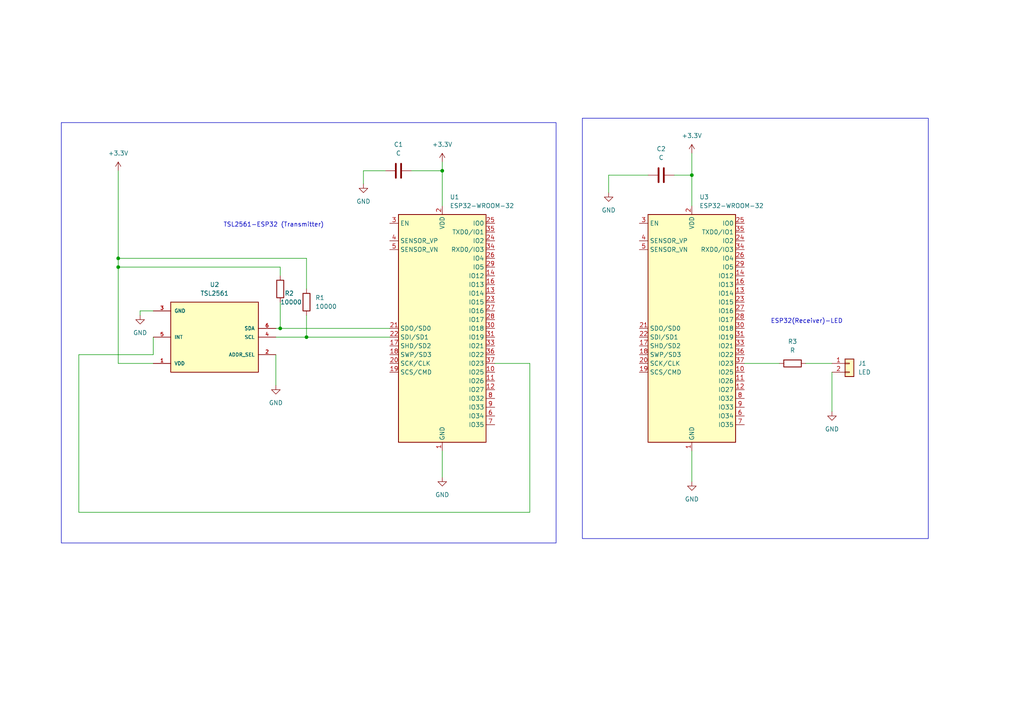
<source format=kicad_sch>
(kicad_sch (version 20230121) (generator eeschema)
  (paper "A4")
  (lib_symbols
    (symbol "Connector_Generic:Conn_01x02" (pin_names (offset 1.016) hide)
      (property "Reference" "J" (at 0 2.54 0))
      (property "Value" "Conn_01x02" (at 0 -5.08 0))
      (symbol "Conn_01x02_1_1"
        (rectangle (start -1.27 -2.413) (end 0 -2.667) (stroke (width 0.1524)))
        (rectangle (start -1.27 0.127) (end 0 -0.127) (stroke (width 0.1524)))
        (rectangle (start -1.27 1.27) (end 1.27 -3.81) (stroke (width 0.254)) (fill (type background)))
        (pin passive line (at -5.08 0 0) (length 3.81) (name "Pin_1") (number "1"))
        (pin passive line (at -5.08 -2.54 0) (length 3.81) (name "Pin_2") (number "2"))
      )
    )
    (symbol "Device:C" (pin_numbers hide) (pin_names (offset 0.254))
      (property "Reference" "C" (at 0.635 2.54 0))
      (property "Value" "C" (at 0.635 -2.54 0))
      (symbol "C_0_1"
        (polyline (pts (xy -2.032 -0.762) (xy 2.032 -0.762)) (stroke (width 0.508)))
        (polyline (pts (xy -2.032 0.762) (xy 2.032 0.762)) (stroke (width 0.508)))
      )
      (symbol "C_1_1"
        (pin passive line (at 0 3.81 270) (length 2.794) (name "~") (number "1"))
        (pin passive line (at 0 -3.81 90) (length 2.794) (name "~") (number "2"))
      )
    )
    (symbol "Device:R" (pin_numbers hide) (pin_names (offset 0))
      (property "Reference" "R" (at 2.032 0 90))
      (property "Value" "R" (at 0 0 90))
      (symbol "R_0_1"
        (rectangle (start -1.016 -2.54) (end 1.016 2.54) (stroke (width 0.254)))
      )
      (symbol "R_1_1"
        (pin passive line (at 0 3.81 270) (length 1.27) (name "~") (number "1"))
        (pin passive line (at 0 -3.81 90) (length 1.27) (name "~") (number "2"))
      )
    )
    (symbol "RF_Module:ESP32-WROOM-32"
      (property "Reference" "U" (at -12.7 34.29 0))
      (property "Value" "ESP32-WROOM-32" (at 1.27 34.29 0))
      (symbol "ESP32-WROOM-32_0_1"
        (rectangle (start -12.7 33.02) (end 12.7 -33.02) (stroke (width 0.254)) (fill (type background)))
      )
      (symbol "ESP32-WROOM-32_1_1"
        (pin power_in line (at 0 -35.56 90) (length 2.54) (name "GND") (number "1"))
        (pin bidirectional line (at 15.24 -12.7 180) (length 2.54) (name "IO25") (number "10"))
        (pin bidirectional line (at 15.24 -15.24 180) (length 2.54) (name "IO26") (number "11"))
        (pin bidirectional line (at 15.24 -17.78 180) (length 2.54) (name "IO27") (number "12"))
        (pin bidirectional line (at 15.24 10.16 180) (length 2.54) (name "IO14") (number "13"))
        (pin bidirectional line (at 15.24 15.24 180) (length 2.54) (name "IO12") (number "14"))
        (pin passive line (at 0 -35.56 90) (length 2.54) hide (name "GND") (number "15"))
        (pin bidirectional line (at 15.24 12.7 180) (length 2.54) (name "IO13") (number "16"))
        (pin bidirectional line (at -15.24 -5.08 0) (length 2.54) (name "SHD/SD2") (number "17"))
        (pin bidirectional line (at -15.24 -7.62 0) (length 2.54) (name "SWP/SD3") (number "18"))
        (pin bidirectional line (at -15.24 -12.7 0) (length 2.54) (name "SCS/CMD") (number "19"))
        (pin power_in line (at 0 35.56 270) (length 2.54) (name "VDD") (number "2"))
        (pin bidirectional line (at -15.24 -10.16 0) (length 2.54) (name "SCK/CLK") (number "20"))
        (pin bidirectional line (at -15.24 0 0) (length 2.54) (name "SDO/SD0") (number "21"))
        (pin bidirectional line (at -15.24 -2.54 0) (length 2.54) (name "SDI/SD1") (number "22"))
        (pin bidirectional line (at 15.24 7.62 180) (length 2.54) (name "IO15") (number "23"))
        (pin bidirectional line (at 15.24 25.4 180) (length 2.54) (name "IO2") (number "24"))
        (pin bidirectional line (at 15.24 30.48 180) (length 2.54) (name "IO0") (number "25"))
        (pin bidirectional line (at 15.24 20.32 180) (length 2.54) (name "IO4") (number "26"))
        (pin bidirectional line (at 15.24 5.08 180) (length 2.54) (name "IO16") (number "27"))
        (pin bidirectional line (at 15.24 2.54 180) (length 2.54) (name "IO17") (number "28"))
        (pin bidirectional line (at 15.24 17.78 180) (length 2.54) (name "IO5") (number "29"))
        (pin input line (at -15.24 30.48 0) (length 2.54) (name "EN") (number "3"))
        (pin bidirectional line (at 15.24 0 180) (length 2.54) (name "IO18") (number "30"))
        (pin bidirectional line (at 15.24 -2.54 180) (length 2.54) (name "IO19") (number "31"))
        (pin no_connect line (at -12.7 -27.94 0) (length 2.54) hide (name "NC") (number "32"))
        (pin bidirectional line (at 15.24 -5.08 180) (length 2.54) (name "IO21") (number "33"))
        (pin bidirectional line (at 15.24 22.86 180) (length 2.54) (name "RXD0/IO3") (number "34"))
        (pin bidirectional line (at 15.24 27.94 180) (length 2.54) (name "TXD0/IO1") (number "35"))
        (pin bidirectional line (at 15.24 -7.62 180) (length 2.54) (name "IO22") (number "36"))
        (pin bidirectional line (at 15.24 -10.16 180) (length 2.54) (name "IO23") (number "37"))
        (pin passive line (at 0 -35.56 90) (length 2.54) hide (name "GND") (number "38"))
        (pin passive line (at 0 -35.56 90) (length 2.54) hide (name "GND") (number "39"))
        (pin input line (at -15.24 25.4 0) (length 2.54) (name "SENSOR_VP") (number "4"))
        (pin input line (at -15.24 22.86 0) (length 2.54) (name "SENSOR_VN") (number "5"))
        (pin input line (at 15.24 -25.4 180) (length 2.54) (name "IO34") (number "6"))
        (pin input line (at 15.24 -27.94 180) (length 2.54) (name "IO35") (number "7"))
        (pin bidirectional line (at 15.24 -20.32 180) (length 2.54) (name "IO32") (number "8"))
        (pin bidirectional line (at 15.24 -22.86 180) (length 2.54) (name "IO33") (number "9"))
      )
    )
    (symbol "TSL2561:TSL2561" (pin_names (offset 1.016))
      (property "Reference" "U" (at -12.7 12.7 0))
      (property "Value" "TSL2561" (at -12.7 -12.7 0))
      (symbol "TSL2561_0_0"
        (rectangle (start -12.7 -10.16) (end 12.7 10.16) (stroke (width 0.254)) (fill (type background)))
        (pin power_in line (at 17.78 7.62 180) (length 5.08) (name "VDD") (number "1"))
        (pin input line (at -17.78 5.08 0) (length 5.08) (name "ADDR_SEL") (number "2"))
        (pin power_in line (at 17.78 -7.62 180) (length 5.08) (name "GND") (number "3"))
        (pin input line (at -17.78 0 0) (length 5.08) (name "SCL") (number "4"))
        (pin output line (at 17.78 0 180) (length 5.08) (name "INT") (number "5"))
        (pin bidirectional line (at -17.78 -2.54 0) (length 5.08) (name "SDA") (number "6"))
      )
    )
    (symbol "power:+3.3V" (power) (pin_names (offset 0))
      (property "Value" "+3.3V" (at 0 3.556 0))
      (symbol "+3.3V_0_1"
        (polyline (pts (xy -0.762 1.27) (xy 0 2.54)))
        (polyline (pts (xy 0 0) (xy 0 2.54)))
        (polyline (pts (xy 0 2.54) (xy 0.762 1.27)))
      )
      (symbol "+3.3V_1_1"
        (pin power_in line (at 0 0 90) (length 0) hide (name "+3.3V") (number "1"))
      )
    )
    (symbol "power:GND" (power) (pin_names (offset 0))
      (property "Value" "GND" (at 0 -3.81 0))
      (symbol "GND_0_1"
        (polyline (pts (xy 0 0) (xy 0 -1.27) (xy 1.27 -1.27) (xy 0 -2.54) (xy -1.27 -1.27) (xy 0 -1.27)))
      )
      (symbol "GND_1_1"
        (pin power_in line (at 0 0 270) (length 0) hide (name "GND") (number "1"))
      )
    )
  )
  (junction (at 200.66 50.8))
  (junction (at 88.9 97.79))
  (junction (at 34.29 77.47))
  (junction (at 128.27 49.53))
  (junction (at 81.28 95.25))
  (junction (at 34.29 74.93))
  (wire (pts (xy 34.29 77.47) (xy 34.29 105.41)))
  (wire (pts (xy 241.3 107.95) (xy 241.3 119.38)))
  (wire (pts (xy 22.86 148.59) (xy 153.67 148.59)))
  (wire (pts (xy 215.9 105.41) (xy 226.06 105.41)))
  (wire (pts (xy 40.64 91.44) (xy 40.64 90.17)))
  (wire (pts (xy 187.96 50.8) (xy 176.53 50.8)))
  (wire (pts (xy 200.66 44.45) (xy 200.66 50.8)))
  (wire (pts (xy 81.28 87.63) (xy 81.28 95.25)))
  (wire (pts (xy 200.66 130.81) (xy 200.66 139.7)))
  (wire (pts (xy 80.01 97.79) (xy 88.9 97.79)))
  (wire (pts (xy 81.28 77.47) (xy 34.29 77.47)))
  (wire (pts (xy 105.41 49.53) (xy 111.76 49.53)))
  (wire (pts (xy 88.9 91.44) (xy 88.9 97.79)))
  (wire (pts (xy 22.86 102.87) (xy 22.86 148.59)))
  (wire (pts (xy 195.58 50.8) (xy 200.66 50.8)))
  (wire (pts (xy 81.28 95.25) (xy 113.03 95.25)))
  (wire (pts (xy 128.27 49.53) (xy 128.27 59.69)))
  (wire (pts (xy 233.68 105.41) (xy 241.3 105.41)))
  (wire (pts (xy 176.53 50.8) (xy 176.53 55.88)))
  (wire (pts (xy 105.41 53.34) (xy 105.41 49.53)))
  (wire (pts (xy 88.9 97.79) (xy 113.03 97.79)))
  (wire (pts (xy 80.01 95.25) (xy 81.28 95.25)))
  (wire (pts (xy 44.45 102.87) (xy 22.86 102.87)))
  (wire (pts (xy 88.9 83.82) (xy 88.9 74.93)))
  (wire (pts (xy 34.29 74.93) (xy 34.29 77.47)))
  (wire (pts (xy 34.29 105.41) (xy 44.45 105.41)))
  (wire (pts (xy 40.64 90.17) (xy 44.45 90.17)))
  (wire (pts (xy 153.67 105.41) (xy 143.51 105.41)))
  (wire (pts (xy 44.45 97.79) (xy 44.45 102.87)))
  (wire (pts (xy 153.67 148.59) (xy 153.67 105.41)))
  (wire (pts (xy 88.9 74.93) (xy 34.29 74.93)))
  (wire (pts (xy 119.38 49.53) (xy 128.27 49.53)))
  (wire (pts (xy 128.27 130.81) (xy 128.27 138.43)))
  (wire (pts (xy 80.01 102.87) (xy 80.01 111.76)))
  (wire (pts (xy 200.66 50.8) (xy 200.66 59.69)))
  (wire (pts (xy 34.29 49.53) (xy 34.29 74.93)))
  (wire (pts (xy 81.28 80.01) (xy 81.28 77.47)))
  (wire (pts (xy 128.27 46.99) (xy 128.27 49.53)))
  (rectangle (start 17.78 35.56) (end 161.29 157.48))
  (rectangle (start 168.91 34.29) (end 269.24 156.21))
  (text "ESP32(Receiver)-LED" (at 223.52 93.98 0) (effects (font (size 1.27 1.27)) (justify left bottom)))
  (text "TSL2561-ESP32 (Transmitter)" (at 64.77 66.04 0) (effects (font (size 1.27 1.27)) (justify left bottom)))
  (symbol (lib_id "power:GND") (at 200.66 139.7 0) (unit 1)
    (property "Reference" "#PWR07" (effects hide))
    (property "Value" "GND" (at 200.66 144.78 0))
  )
  (symbol (lib_id "power:GND") (at 40.64 91.44 0) (unit 1)
    (property "Reference" "#PWR03" (effects hide))
    (property "Value" "GND" (at 40.64 96.52 0))
  )
  (symbol (lib_id "Device:R") (at 229.87 105.41 90) (unit 1)
    (property "Reference" "R3" (at 229.87 99.06 90))
    (property "Value" "R" (at 229.87 101.6 90))
  )
  (symbol (lib_id "power:GND") (at 176.53 55.88 0) (unit 1)
    (property "Reference" "#PWR011" (effects hide))
    (property "Value" "GND" (at 176.53 60.96 0))
  )
  (symbol (lib_id "Device:R") (at 81.28 83.82 0) (unit 1)
    (property "Reference" "R2" (at 82.55 85.09 0) (effects (justify left)))
    (property "Value" "10000" (at 81.28 87.63 0) (effects (justify left)))
  )
  (symbol (lib_id "power:GND") (at 241.3 119.38 0) (unit 1)
    (property "Reference" "#PWR06" (effects hide))
    (property "Value" "GND" (at 241.3 124.46 0))
  )
  (symbol (lib_id "power:GND") (at 80.01 111.76 0) (unit 1)
    (property "Reference" "#PWR05" (effects hide))
    (property "Value" "GND" (at 80.01 116.84 0))
  )
  (symbol (lib_id "Device:C") (at 191.77 50.8 90) (unit 1)
    (property "Reference" "C2" (at 191.77 43.18 90))
    (property "Value" "C" (at 191.77 45.72 90))
  )
  (symbol (lib_id "Connector_Generic:Conn_01x02") (at 246.38 105.41 0) (unit 1)
    (property "Reference" "J1" (at 248.92 105.41 0) (effects (justify left)))
    (property "Value" "LED" (at 248.92 107.95 0) (effects (justify left)))
  )
  (symbol (lib_id "power:+3.3V") (at 128.27 46.99 0) (unit 1)
    (property "Reference" "#PWR02" (effects hide))
    (property "Value" "+3.3V" (at 128.27 41.91 0))
  )
  (symbol (lib_id "power:GND") (at 105.41 53.34 0) (unit 1)
    (property "Reference" "#PWR09" (effects hide))
    (property "Value" "GND" (at 105.41 58.42 0))
  )
  (symbol (lib_id "Device:C") (at 115.57 49.53 90) (unit 1)
    (property "Reference" "C1" (at 115.57 41.91 90))
    (property "Value" "C" (at 115.57 44.45 90))
  )
  (symbol (lib_id "TSL2561:TSL2561") (at 62.23 97.79 180) (unit 1)
    (property "Reference" "U2" (at 62.23 82.55 0))
    (property "Value" "TSL2561" (at 62.23 85.09 0))
    (property "Footprint" "TSL2561:XDCR_TSL2561" (effects hide))
    (property "MF" "ams" (effects hide))
    (property "MAXIMUM_PACKAGE_HEIGHT" "1.35mm" (effects hide))
    (property "Package" "SMD-6 TAOS" (effects hide))
    (property "Price" "None" (effects hide))
    (property "Check_prices" "https://www.snapeda.com/parts/TSL2561/ams/view-part/?ref=eda" (effects hide))
    (property "STANDARD" "Manufacturer Recommendations" (effects hide))
    (property "PARTREV" "v1-01" (effects hide))
    (property "SnapEDA_Link" "https://www.snapeda.com/parts/TSL2561/ams/view-part/?ref=snap" (effects hide))
    (property "MP" "TSL2561" (effects hide))
    (property "Description" "\nOptical Sensor Ambient 640nm I²C 6-SMD, No Lead\n" (effects hide))
    (property "Availability" "In Stock" (effects hide))
    (property "MANUFACTURER" "AMS" (effects hide))
  )
  (symbol (lib_id "RF_Module:ESP32-WROOM-32") (at 128.27 95.25 0) (unit 1)
    (property "Reference" "U1" (at 130.4641 57.15 0) (effects (justify left)))
    (property "Value" "ESP32-WROOM-32" (at 130.4641 59.69 0) (effects (justify left)))
    (property "Footprint" "RF_Module:ESP32-WROOM-32" (effects hide))
    (property "Datasheet" "https://www.espressif.com/sites/default/files/documentation/esp32-wroom-32_datasheet_en.pdf" (effects hide))
  )
  (symbol (lib_id "power:+3.3V") (at 34.29 49.53 0) (unit 1)
    (property "Reference" "#PWR01" (effects hide))
    (property "Value" "+3.3V" (at 34.29 44.45 0))
  )
  (symbol (lib_id "RF_Module:ESP32-WROOM-32") (at 200.66 95.25 0) (unit 1)
    (property "Reference" "U3" (at 202.8541 57.15 0) (effects (justify left)))
    (property "Value" "ESP32-WROOM-32" (at 202.8541 59.69 0) (effects (justify left)))
    (property "Footprint" "RF_Module:ESP32-WROOM-32" (effects hide))
    (property "Datasheet" "https://www.espressif.com/sites/default/files/documentation/esp32-wroom-32_datasheet_en.pdf" (effects hide))
  )
  (symbol (lib_id "power:+3.3V") (at 200.66 44.45 0) (unit 1)
    (property "Reference" "#PWR08" (effects hide))
    (property "Value" "+3.3V" (at 200.66 39.37 0))
  )
  (symbol (lib_id "power:GND") (at 128.27 138.43 0) (unit 1)
    (property "Reference" "#PWR04" (effects hide))
    (property "Value" "GND" (at 128.27 143.51 0))
  )
  (symbol (lib_id "Device:R") (at 88.9 87.63 0) (unit 1)
    (property "Reference" "R1" (at 91.44 86.36 0) (effects (justify left)))
    (property "Value" "10000" (at 91.44 88.9 0) (effects (justify left)))
  )
)
</source>
